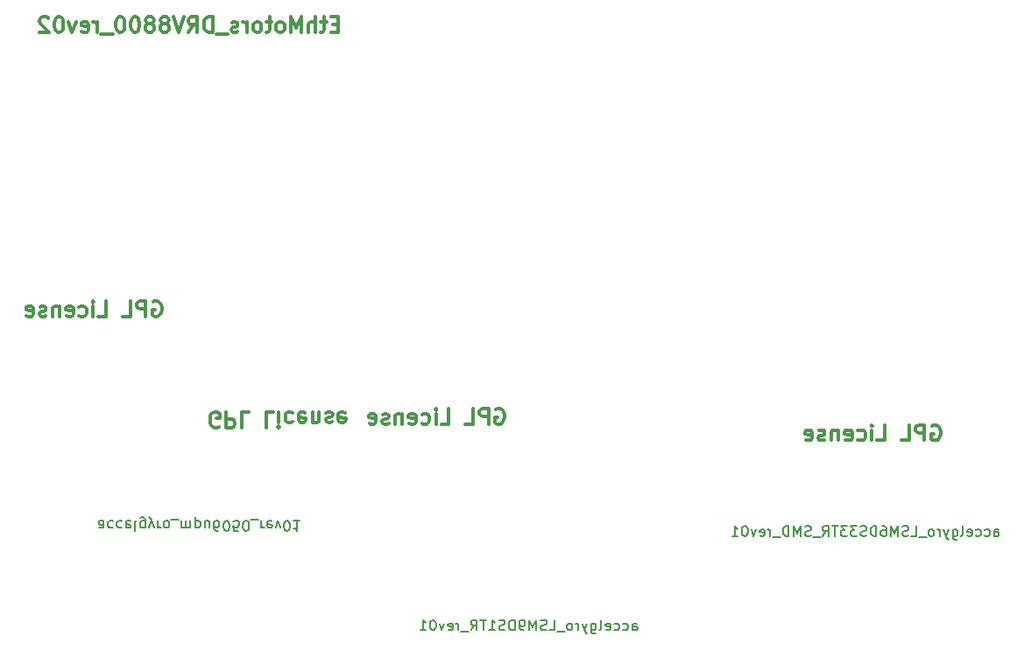
<source format=gbo>
G04 #@! TF.FileFunction,Legend,Bot*
%FSLAX46Y46*%
G04 Gerber Fmt 4.6, Leading zero omitted, Abs format (unit mm)*
G04 Created by KiCad (PCBNEW 4.0.6-e0-6349~53~ubuntu16.04.1) date Sat Aug  5 15:09:54 2017*
%MOMM*%
%LPD*%
G01*
G04 APERTURE LIST*
%ADD10C,0.150000*%
%ADD11C,0.300000*%
G04 APERTURE END LIST*
D10*
D11*
X99489286Y-117200000D02*
X99632143Y-117128571D01*
X99846429Y-117128571D01*
X100060714Y-117200000D01*
X100203572Y-117342857D01*
X100275000Y-117485714D01*
X100346429Y-117771429D01*
X100346429Y-117985714D01*
X100275000Y-118271429D01*
X100203572Y-118414286D01*
X100060714Y-118557143D01*
X99846429Y-118628571D01*
X99703572Y-118628571D01*
X99489286Y-118557143D01*
X99417857Y-118485714D01*
X99417857Y-117985714D01*
X99703572Y-117985714D01*
X98775000Y-118628571D02*
X98775000Y-117128571D01*
X98203572Y-117128571D01*
X98060714Y-117200000D01*
X97989286Y-117271429D01*
X97917857Y-117414286D01*
X97917857Y-117628571D01*
X97989286Y-117771429D01*
X98060714Y-117842857D01*
X98203572Y-117914286D01*
X98775000Y-117914286D01*
X96560714Y-118628571D02*
X97275000Y-118628571D01*
X97275000Y-117128571D01*
X94203571Y-118628571D02*
X94917857Y-118628571D01*
X94917857Y-117128571D01*
X93703571Y-118628571D02*
X93703571Y-117628571D01*
X93703571Y-117128571D02*
X93775000Y-117200000D01*
X93703571Y-117271429D01*
X93632143Y-117200000D01*
X93703571Y-117128571D01*
X93703571Y-117271429D01*
X92346428Y-118557143D02*
X92489285Y-118628571D01*
X92774999Y-118628571D01*
X92917857Y-118557143D01*
X92989285Y-118485714D01*
X93060714Y-118342857D01*
X93060714Y-117914286D01*
X92989285Y-117771429D01*
X92917857Y-117700000D01*
X92774999Y-117628571D01*
X92489285Y-117628571D01*
X92346428Y-117700000D01*
X91132143Y-118557143D02*
X91275000Y-118628571D01*
X91560714Y-118628571D01*
X91703571Y-118557143D01*
X91775000Y-118414286D01*
X91775000Y-117842857D01*
X91703571Y-117700000D01*
X91560714Y-117628571D01*
X91275000Y-117628571D01*
X91132143Y-117700000D01*
X91060714Y-117842857D01*
X91060714Y-117985714D01*
X91775000Y-118128571D01*
X90417857Y-117628571D02*
X90417857Y-118628571D01*
X90417857Y-117771429D02*
X90346429Y-117700000D01*
X90203571Y-117628571D01*
X89989286Y-117628571D01*
X89846429Y-117700000D01*
X89775000Y-117842857D01*
X89775000Y-118628571D01*
X89132143Y-118557143D02*
X88989286Y-118628571D01*
X88703571Y-118628571D01*
X88560714Y-118557143D01*
X88489286Y-118414286D01*
X88489286Y-118342857D01*
X88560714Y-118200000D01*
X88703571Y-118128571D01*
X88917857Y-118128571D01*
X89060714Y-118057143D01*
X89132143Y-117914286D01*
X89132143Y-117842857D01*
X89060714Y-117700000D01*
X88917857Y-117628571D01*
X88703571Y-117628571D01*
X88560714Y-117700000D01*
X87275000Y-118557143D02*
X87417857Y-118628571D01*
X87703571Y-118628571D01*
X87846428Y-118557143D01*
X87917857Y-118414286D01*
X87917857Y-117842857D01*
X87846428Y-117700000D01*
X87703571Y-117628571D01*
X87417857Y-117628571D01*
X87275000Y-117700000D01*
X87203571Y-117842857D01*
X87203571Y-117985714D01*
X87917857Y-118128571D01*
X117392855Y-90342857D02*
X116892855Y-90342857D01*
X116678569Y-91128571D02*
X117392855Y-91128571D01*
X117392855Y-89628571D01*
X116678569Y-89628571D01*
X116249998Y-90128571D02*
X115678569Y-90128571D01*
X116035712Y-89628571D02*
X116035712Y-90914286D01*
X115964284Y-91057143D01*
X115821426Y-91128571D01*
X115678569Y-91128571D01*
X115178569Y-91128571D02*
X115178569Y-89628571D01*
X114535712Y-91128571D02*
X114535712Y-90342857D01*
X114607141Y-90200000D01*
X114749998Y-90128571D01*
X114964283Y-90128571D01*
X115107141Y-90200000D01*
X115178569Y-90271429D01*
X113821426Y-91128571D02*
X113821426Y-89628571D01*
X113321426Y-90700000D01*
X112821426Y-89628571D01*
X112821426Y-91128571D01*
X111892854Y-91128571D02*
X112035712Y-91057143D01*
X112107140Y-90985714D01*
X112178569Y-90842857D01*
X112178569Y-90414286D01*
X112107140Y-90271429D01*
X112035712Y-90200000D01*
X111892854Y-90128571D01*
X111678569Y-90128571D01*
X111535712Y-90200000D01*
X111464283Y-90271429D01*
X111392854Y-90414286D01*
X111392854Y-90842857D01*
X111464283Y-90985714D01*
X111535712Y-91057143D01*
X111678569Y-91128571D01*
X111892854Y-91128571D01*
X110964283Y-90128571D02*
X110392854Y-90128571D01*
X110749997Y-89628571D02*
X110749997Y-90914286D01*
X110678569Y-91057143D01*
X110535711Y-91128571D01*
X110392854Y-91128571D01*
X109678568Y-91128571D02*
X109821426Y-91057143D01*
X109892854Y-90985714D01*
X109964283Y-90842857D01*
X109964283Y-90414286D01*
X109892854Y-90271429D01*
X109821426Y-90200000D01*
X109678568Y-90128571D01*
X109464283Y-90128571D01*
X109321426Y-90200000D01*
X109249997Y-90271429D01*
X109178568Y-90414286D01*
X109178568Y-90842857D01*
X109249997Y-90985714D01*
X109321426Y-91057143D01*
X109464283Y-91128571D01*
X109678568Y-91128571D01*
X108535711Y-91128571D02*
X108535711Y-90128571D01*
X108535711Y-90414286D02*
X108464283Y-90271429D01*
X108392854Y-90200000D01*
X108249997Y-90128571D01*
X108107140Y-90128571D01*
X107678569Y-91057143D02*
X107535712Y-91128571D01*
X107249997Y-91128571D01*
X107107140Y-91057143D01*
X107035712Y-90914286D01*
X107035712Y-90842857D01*
X107107140Y-90700000D01*
X107249997Y-90628571D01*
X107464283Y-90628571D01*
X107607140Y-90557143D01*
X107678569Y-90414286D01*
X107678569Y-90342857D01*
X107607140Y-90200000D01*
X107464283Y-90128571D01*
X107249997Y-90128571D01*
X107107140Y-90200000D01*
X106749997Y-91271429D02*
X105607140Y-91271429D01*
X105249997Y-91128571D02*
X105249997Y-89628571D01*
X104892854Y-89628571D01*
X104678569Y-89700000D01*
X104535711Y-89842857D01*
X104464283Y-89985714D01*
X104392854Y-90271429D01*
X104392854Y-90485714D01*
X104464283Y-90771429D01*
X104535711Y-90914286D01*
X104678569Y-91057143D01*
X104892854Y-91128571D01*
X105249997Y-91128571D01*
X102892854Y-91128571D02*
X103392854Y-90414286D01*
X103749997Y-91128571D02*
X103749997Y-89628571D01*
X103178569Y-89628571D01*
X103035711Y-89700000D01*
X102964283Y-89771429D01*
X102892854Y-89914286D01*
X102892854Y-90128571D01*
X102964283Y-90271429D01*
X103035711Y-90342857D01*
X103178569Y-90414286D01*
X103749997Y-90414286D01*
X102464283Y-89628571D02*
X101964283Y-91128571D01*
X101464283Y-89628571D01*
X100749997Y-90271429D02*
X100892855Y-90200000D01*
X100964283Y-90128571D01*
X101035712Y-89985714D01*
X101035712Y-89914286D01*
X100964283Y-89771429D01*
X100892855Y-89700000D01*
X100749997Y-89628571D01*
X100464283Y-89628571D01*
X100321426Y-89700000D01*
X100249997Y-89771429D01*
X100178569Y-89914286D01*
X100178569Y-89985714D01*
X100249997Y-90128571D01*
X100321426Y-90200000D01*
X100464283Y-90271429D01*
X100749997Y-90271429D01*
X100892855Y-90342857D01*
X100964283Y-90414286D01*
X101035712Y-90557143D01*
X101035712Y-90842857D01*
X100964283Y-90985714D01*
X100892855Y-91057143D01*
X100749997Y-91128571D01*
X100464283Y-91128571D01*
X100321426Y-91057143D01*
X100249997Y-90985714D01*
X100178569Y-90842857D01*
X100178569Y-90557143D01*
X100249997Y-90414286D01*
X100321426Y-90342857D01*
X100464283Y-90271429D01*
X99321426Y-90271429D02*
X99464284Y-90200000D01*
X99535712Y-90128571D01*
X99607141Y-89985714D01*
X99607141Y-89914286D01*
X99535712Y-89771429D01*
X99464284Y-89700000D01*
X99321426Y-89628571D01*
X99035712Y-89628571D01*
X98892855Y-89700000D01*
X98821426Y-89771429D01*
X98749998Y-89914286D01*
X98749998Y-89985714D01*
X98821426Y-90128571D01*
X98892855Y-90200000D01*
X99035712Y-90271429D01*
X99321426Y-90271429D01*
X99464284Y-90342857D01*
X99535712Y-90414286D01*
X99607141Y-90557143D01*
X99607141Y-90842857D01*
X99535712Y-90985714D01*
X99464284Y-91057143D01*
X99321426Y-91128571D01*
X99035712Y-91128571D01*
X98892855Y-91057143D01*
X98821426Y-90985714D01*
X98749998Y-90842857D01*
X98749998Y-90557143D01*
X98821426Y-90414286D01*
X98892855Y-90342857D01*
X99035712Y-90271429D01*
X97821427Y-89628571D02*
X97678570Y-89628571D01*
X97535713Y-89700000D01*
X97464284Y-89771429D01*
X97392855Y-89914286D01*
X97321427Y-90200000D01*
X97321427Y-90557143D01*
X97392855Y-90842857D01*
X97464284Y-90985714D01*
X97535713Y-91057143D01*
X97678570Y-91128571D01*
X97821427Y-91128571D01*
X97964284Y-91057143D01*
X98035713Y-90985714D01*
X98107141Y-90842857D01*
X98178570Y-90557143D01*
X98178570Y-90200000D01*
X98107141Y-89914286D01*
X98035713Y-89771429D01*
X97964284Y-89700000D01*
X97821427Y-89628571D01*
X96392856Y-89628571D02*
X96249999Y-89628571D01*
X96107142Y-89700000D01*
X96035713Y-89771429D01*
X95964284Y-89914286D01*
X95892856Y-90200000D01*
X95892856Y-90557143D01*
X95964284Y-90842857D01*
X96035713Y-90985714D01*
X96107142Y-91057143D01*
X96249999Y-91128571D01*
X96392856Y-91128571D01*
X96535713Y-91057143D01*
X96607142Y-90985714D01*
X96678570Y-90842857D01*
X96749999Y-90557143D01*
X96749999Y-90200000D01*
X96678570Y-89914286D01*
X96607142Y-89771429D01*
X96535713Y-89700000D01*
X96392856Y-89628571D01*
X95607142Y-91271429D02*
X94464285Y-91271429D01*
X94107142Y-91128571D02*
X94107142Y-90128571D01*
X94107142Y-90414286D02*
X94035714Y-90271429D01*
X93964285Y-90200000D01*
X93821428Y-90128571D01*
X93678571Y-90128571D01*
X92607143Y-91057143D02*
X92750000Y-91128571D01*
X93035714Y-91128571D01*
X93178571Y-91057143D01*
X93250000Y-90914286D01*
X93250000Y-90342857D01*
X93178571Y-90200000D01*
X93035714Y-90128571D01*
X92750000Y-90128571D01*
X92607143Y-90200000D01*
X92535714Y-90342857D01*
X92535714Y-90485714D01*
X93250000Y-90628571D01*
X92035714Y-90128571D02*
X91678571Y-91128571D01*
X91321429Y-90128571D01*
X90464286Y-89628571D02*
X90321429Y-89628571D01*
X90178572Y-89700000D01*
X90107143Y-89771429D01*
X90035714Y-89914286D01*
X89964286Y-90200000D01*
X89964286Y-90557143D01*
X90035714Y-90842857D01*
X90107143Y-90985714D01*
X90178572Y-91057143D01*
X90321429Y-91128571D01*
X90464286Y-91128571D01*
X90607143Y-91057143D01*
X90678572Y-90985714D01*
X90750000Y-90842857D01*
X90821429Y-90557143D01*
X90821429Y-90200000D01*
X90750000Y-89914286D01*
X90678572Y-89771429D01*
X90607143Y-89700000D01*
X90464286Y-89628571D01*
X89392858Y-89771429D02*
X89321429Y-89700000D01*
X89178572Y-89628571D01*
X88821429Y-89628571D01*
X88678572Y-89700000D01*
X88607143Y-89771429D01*
X88535715Y-89914286D01*
X88535715Y-90057143D01*
X88607143Y-90271429D01*
X89464286Y-91128571D01*
X88535715Y-91128571D01*
X105835714Y-129300000D02*
X105692857Y-129371429D01*
X105478571Y-129371429D01*
X105264286Y-129300000D01*
X105121428Y-129157143D01*
X105050000Y-129014286D01*
X104978571Y-128728571D01*
X104978571Y-128514286D01*
X105050000Y-128228571D01*
X105121428Y-128085714D01*
X105264286Y-127942857D01*
X105478571Y-127871429D01*
X105621428Y-127871429D01*
X105835714Y-127942857D01*
X105907143Y-128014286D01*
X105907143Y-128514286D01*
X105621428Y-128514286D01*
X106550000Y-127871429D02*
X106550000Y-129371429D01*
X107121428Y-129371429D01*
X107264286Y-129300000D01*
X107335714Y-129228571D01*
X107407143Y-129085714D01*
X107407143Y-128871429D01*
X107335714Y-128728571D01*
X107264286Y-128657143D01*
X107121428Y-128585714D01*
X106550000Y-128585714D01*
X108764286Y-127871429D02*
X108050000Y-127871429D01*
X108050000Y-129371429D01*
X111121429Y-127871429D02*
X110407143Y-127871429D01*
X110407143Y-129371429D01*
X111621429Y-127871429D02*
X111621429Y-128871429D01*
X111621429Y-129371429D02*
X111550000Y-129300000D01*
X111621429Y-129228571D01*
X111692857Y-129300000D01*
X111621429Y-129371429D01*
X111621429Y-129228571D01*
X112978572Y-127942857D02*
X112835715Y-127871429D01*
X112550001Y-127871429D01*
X112407143Y-127942857D01*
X112335715Y-128014286D01*
X112264286Y-128157143D01*
X112264286Y-128585714D01*
X112335715Y-128728571D01*
X112407143Y-128800000D01*
X112550001Y-128871429D01*
X112835715Y-128871429D01*
X112978572Y-128800000D01*
X114192857Y-127942857D02*
X114050000Y-127871429D01*
X113764286Y-127871429D01*
X113621429Y-127942857D01*
X113550000Y-128085714D01*
X113550000Y-128657143D01*
X113621429Y-128800000D01*
X113764286Y-128871429D01*
X114050000Y-128871429D01*
X114192857Y-128800000D01*
X114264286Y-128657143D01*
X114264286Y-128514286D01*
X113550000Y-128371429D01*
X114907143Y-128871429D02*
X114907143Y-127871429D01*
X114907143Y-128728571D02*
X114978571Y-128800000D01*
X115121429Y-128871429D01*
X115335714Y-128871429D01*
X115478571Y-128800000D01*
X115550000Y-128657143D01*
X115550000Y-127871429D01*
X116192857Y-127942857D02*
X116335714Y-127871429D01*
X116621429Y-127871429D01*
X116764286Y-127942857D01*
X116835714Y-128085714D01*
X116835714Y-128157143D01*
X116764286Y-128300000D01*
X116621429Y-128371429D01*
X116407143Y-128371429D01*
X116264286Y-128442857D01*
X116192857Y-128585714D01*
X116192857Y-128657143D01*
X116264286Y-128800000D01*
X116407143Y-128871429D01*
X116621429Y-128871429D01*
X116764286Y-128800000D01*
X118050000Y-127942857D02*
X117907143Y-127871429D01*
X117621429Y-127871429D01*
X117478572Y-127942857D01*
X117407143Y-128085714D01*
X117407143Y-128657143D01*
X117478572Y-128800000D01*
X117621429Y-128871429D01*
X117907143Y-128871429D01*
X118050000Y-128800000D01*
X118121429Y-128657143D01*
X118121429Y-128514286D01*
X117407143Y-128371429D01*
D10*
X94711904Y-138397619D02*
X94711904Y-138921429D01*
X94664285Y-139016667D01*
X94569047Y-139064286D01*
X94378570Y-139064286D01*
X94283332Y-139016667D01*
X94711904Y-138445238D02*
X94616666Y-138397619D01*
X94378570Y-138397619D01*
X94283332Y-138445238D01*
X94235713Y-138540476D01*
X94235713Y-138635714D01*
X94283332Y-138730952D01*
X94378570Y-138778571D01*
X94616666Y-138778571D01*
X94711904Y-138826190D01*
X95616666Y-138445238D02*
X95521428Y-138397619D01*
X95330951Y-138397619D01*
X95235713Y-138445238D01*
X95188094Y-138492857D01*
X95140475Y-138588095D01*
X95140475Y-138873810D01*
X95188094Y-138969048D01*
X95235713Y-139016667D01*
X95330951Y-139064286D01*
X95521428Y-139064286D01*
X95616666Y-139016667D01*
X96473809Y-138445238D02*
X96378571Y-138397619D01*
X96188094Y-138397619D01*
X96092856Y-138445238D01*
X96045237Y-138492857D01*
X95997618Y-138588095D01*
X95997618Y-138873810D01*
X96045237Y-138969048D01*
X96092856Y-139016667D01*
X96188094Y-139064286D01*
X96378571Y-139064286D01*
X96473809Y-139016667D01*
X97283333Y-138445238D02*
X97188095Y-138397619D01*
X96997618Y-138397619D01*
X96902380Y-138445238D01*
X96854761Y-138540476D01*
X96854761Y-138921429D01*
X96902380Y-139016667D01*
X96997618Y-139064286D01*
X97188095Y-139064286D01*
X97283333Y-139016667D01*
X97330952Y-138921429D01*
X97330952Y-138826190D01*
X96854761Y-138730952D01*
X97902380Y-138397619D02*
X97807142Y-138445238D01*
X97759523Y-138540476D01*
X97759523Y-139397619D01*
X98711905Y-139064286D02*
X98711905Y-138254762D01*
X98664286Y-138159524D01*
X98616667Y-138111905D01*
X98521428Y-138064286D01*
X98378571Y-138064286D01*
X98283333Y-138111905D01*
X98711905Y-138445238D02*
X98616667Y-138397619D01*
X98426190Y-138397619D01*
X98330952Y-138445238D01*
X98283333Y-138492857D01*
X98235714Y-138588095D01*
X98235714Y-138873810D01*
X98283333Y-138969048D01*
X98330952Y-139016667D01*
X98426190Y-139064286D01*
X98616667Y-139064286D01*
X98711905Y-139016667D01*
X99092857Y-139064286D02*
X99330952Y-138397619D01*
X99569048Y-139064286D02*
X99330952Y-138397619D01*
X99235714Y-138159524D01*
X99188095Y-138111905D01*
X99092857Y-138064286D01*
X99950000Y-138397619D02*
X99950000Y-139064286D01*
X99950000Y-138873810D02*
X99997619Y-138969048D01*
X100045238Y-139016667D01*
X100140476Y-139064286D01*
X100235715Y-139064286D01*
X100711905Y-138397619D02*
X100616667Y-138445238D01*
X100569048Y-138492857D01*
X100521429Y-138588095D01*
X100521429Y-138873810D01*
X100569048Y-138969048D01*
X100616667Y-139016667D01*
X100711905Y-139064286D01*
X100854763Y-139064286D01*
X100950001Y-139016667D01*
X100997620Y-138969048D01*
X101045239Y-138873810D01*
X101045239Y-138588095D01*
X100997620Y-138492857D01*
X100950001Y-138445238D01*
X100854763Y-138397619D01*
X100711905Y-138397619D01*
X101235715Y-138302381D02*
X101997620Y-138302381D01*
X102235715Y-138397619D02*
X102235715Y-139064286D01*
X102235715Y-138969048D02*
X102283334Y-139016667D01*
X102378572Y-139064286D01*
X102521430Y-139064286D01*
X102616668Y-139016667D01*
X102664287Y-138921429D01*
X102664287Y-138397619D01*
X102664287Y-138921429D02*
X102711906Y-139016667D01*
X102807144Y-139064286D01*
X102950001Y-139064286D01*
X103045239Y-139016667D01*
X103092858Y-138921429D01*
X103092858Y-138397619D01*
X103569048Y-139064286D02*
X103569048Y-138064286D01*
X103569048Y-139016667D02*
X103664286Y-139064286D01*
X103854763Y-139064286D01*
X103950001Y-139016667D01*
X103997620Y-138969048D01*
X104045239Y-138873810D01*
X104045239Y-138588095D01*
X103997620Y-138492857D01*
X103950001Y-138445238D01*
X103854763Y-138397619D01*
X103664286Y-138397619D01*
X103569048Y-138445238D01*
X104902382Y-139064286D02*
X104902382Y-138397619D01*
X104473810Y-139064286D02*
X104473810Y-138540476D01*
X104521429Y-138445238D01*
X104616667Y-138397619D01*
X104759525Y-138397619D01*
X104854763Y-138445238D01*
X104902382Y-138492857D01*
X105807144Y-139397619D02*
X105616667Y-139397619D01*
X105521429Y-139350000D01*
X105473810Y-139302381D01*
X105378572Y-139159524D01*
X105330953Y-138969048D01*
X105330953Y-138588095D01*
X105378572Y-138492857D01*
X105426191Y-138445238D01*
X105521429Y-138397619D01*
X105711906Y-138397619D01*
X105807144Y-138445238D01*
X105854763Y-138492857D01*
X105902382Y-138588095D01*
X105902382Y-138826190D01*
X105854763Y-138921429D01*
X105807144Y-138969048D01*
X105711906Y-139016667D01*
X105521429Y-139016667D01*
X105426191Y-138969048D01*
X105378572Y-138921429D01*
X105330953Y-138826190D01*
X106521429Y-139397619D02*
X106616668Y-139397619D01*
X106711906Y-139350000D01*
X106759525Y-139302381D01*
X106807144Y-139207143D01*
X106854763Y-139016667D01*
X106854763Y-138778571D01*
X106807144Y-138588095D01*
X106759525Y-138492857D01*
X106711906Y-138445238D01*
X106616668Y-138397619D01*
X106521429Y-138397619D01*
X106426191Y-138445238D01*
X106378572Y-138492857D01*
X106330953Y-138588095D01*
X106283334Y-138778571D01*
X106283334Y-139016667D01*
X106330953Y-139207143D01*
X106378572Y-139302381D01*
X106426191Y-139350000D01*
X106521429Y-139397619D01*
X107759525Y-139397619D02*
X107283334Y-139397619D01*
X107235715Y-138921429D01*
X107283334Y-138969048D01*
X107378572Y-139016667D01*
X107616668Y-139016667D01*
X107711906Y-138969048D01*
X107759525Y-138921429D01*
X107807144Y-138826190D01*
X107807144Y-138588095D01*
X107759525Y-138492857D01*
X107711906Y-138445238D01*
X107616668Y-138397619D01*
X107378572Y-138397619D01*
X107283334Y-138445238D01*
X107235715Y-138492857D01*
X108426191Y-139397619D02*
X108521430Y-139397619D01*
X108616668Y-139350000D01*
X108664287Y-139302381D01*
X108711906Y-139207143D01*
X108759525Y-139016667D01*
X108759525Y-138778571D01*
X108711906Y-138588095D01*
X108664287Y-138492857D01*
X108616668Y-138445238D01*
X108521430Y-138397619D01*
X108426191Y-138397619D01*
X108330953Y-138445238D01*
X108283334Y-138492857D01*
X108235715Y-138588095D01*
X108188096Y-138778571D01*
X108188096Y-139016667D01*
X108235715Y-139207143D01*
X108283334Y-139302381D01*
X108330953Y-139350000D01*
X108426191Y-139397619D01*
X108950001Y-138302381D02*
X109711906Y-138302381D01*
X109950001Y-138397619D02*
X109950001Y-139064286D01*
X109950001Y-138873810D02*
X109997620Y-138969048D01*
X110045239Y-139016667D01*
X110140477Y-139064286D01*
X110235716Y-139064286D01*
X110950002Y-138445238D02*
X110854764Y-138397619D01*
X110664287Y-138397619D01*
X110569049Y-138445238D01*
X110521430Y-138540476D01*
X110521430Y-138921429D01*
X110569049Y-139016667D01*
X110664287Y-139064286D01*
X110854764Y-139064286D01*
X110950002Y-139016667D01*
X110997621Y-138921429D01*
X110997621Y-138826190D01*
X110521430Y-138730952D01*
X111330954Y-139064286D02*
X111569049Y-138397619D01*
X111807145Y-139064286D01*
X112378573Y-139397619D02*
X112473812Y-139397619D01*
X112569050Y-139350000D01*
X112616669Y-139302381D01*
X112664288Y-139207143D01*
X112711907Y-139016667D01*
X112711907Y-138778571D01*
X112664288Y-138588095D01*
X112616669Y-138492857D01*
X112569050Y-138445238D01*
X112473812Y-138397619D01*
X112378573Y-138397619D01*
X112283335Y-138445238D01*
X112235716Y-138492857D01*
X112188097Y-138588095D01*
X112140478Y-138778571D01*
X112140478Y-139016667D01*
X112188097Y-139207143D01*
X112235716Y-139302381D01*
X112283335Y-139350000D01*
X112378573Y-139397619D01*
X113664288Y-138397619D02*
X113092859Y-138397619D01*
X113378573Y-138397619D02*
X113378573Y-139397619D01*
X113283335Y-139254762D01*
X113188097Y-139159524D01*
X113092859Y-139111905D01*
D11*
X132614286Y-127600000D02*
X132757143Y-127528571D01*
X132971429Y-127528571D01*
X133185714Y-127600000D01*
X133328572Y-127742857D01*
X133400000Y-127885714D01*
X133471429Y-128171429D01*
X133471429Y-128385714D01*
X133400000Y-128671429D01*
X133328572Y-128814286D01*
X133185714Y-128957143D01*
X132971429Y-129028571D01*
X132828572Y-129028571D01*
X132614286Y-128957143D01*
X132542857Y-128885714D01*
X132542857Y-128385714D01*
X132828572Y-128385714D01*
X131900000Y-129028571D02*
X131900000Y-127528571D01*
X131328572Y-127528571D01*
X131185714Y-127600000D01*
X131114286Y-127671429D01*
X131042857Y-127814286D01*
X131042857Y-128028571D01*
X131114286Y-128171429D01*
X131185714Y-128242857D01*
X131328572Y-128314286D01*
X131900000Y-128314286D01*
X129685714Y-129028571D02*
X130400000Y-129028571D01*
X130400000Y-127528571D01*
X127328571Y-129028571D02*
X128042857Y-129028571D01*
X128042857Y-127528571D01*
X126828571Y-129028571D02*
X126828571Y-128028571D01*
X126828571Y-127528571D02*
X126900000Y-127600000D01*
X126828571Y-127671429D01*
X126757143Y-127600000D01*
X126828571Y-127528571D01*
X126828571Y-127671429D01*
X125471428Y-128957143D02*
X125614285Y-129028571D01*
X125899999Y-129028571D01*
X126042857Y-128957143D01*
X126114285Y-128885714D01*
X126185714Y-128742857D01*
X126185714Y-128314286D01*
X126114285Y-128171429D01*
X126042857Y-128100000D01*
X125899999Y-128028571D01*
X125614285Y-128028571D01*
X125471428Y-128100000D01*
X124257143Y-128957143D02*
X124400000Y-129028571D01*
X124685714Y-129028571D01*
X124828571Y-128957143D01*
X124900000Y-128814286D01*
X124900000Y-128242857D01*
X124828571Y-128100000D01*
X124685714Y-128028571D01*
X124400000Y-128028571D01*
X124257143Y-128100000D01*
X124185714Y-128242857D01*
X124185714Y-128385714D01*
X124900000Y-128528571D01*
X123542857Y-128028571D02*
X123542857Y-129028571D01*
X123542857Y-128171429D02*
X123471429Y-128100000D01*
X123328571Y-128028571D01*
X123114286Y-128028571D01*
X122971429Y-128100000D01*
X122900000Y-128242857D01*
X122900000Y-129028571D01*
X122257143Y-128957143D02*
X122114286Y-129028571D01*
X121828571Y-129028571D01*
X121685714Y-128957143D01*
X121614286Y-128814286D01*
X121614286Y-128742857D01*
X121685714Y-128600000D01*
X121828571Y-128528571D01*
X122042857Y-128528571D01*
X122185714Y-128457143D01*
X122257143Y-128314286D01*
X122257143Y-128242857D01*
X122185714Y-128100000D01*
X122042857Y-128028571D01*
X121828571Y-128028571D01*
X121685714Y-128100000D01*
X120400000Y-128957143D02*
X120542857Y-129028571D01*
X120828571Y-129028571D01*
X120971428Y-128957143D01*
X121042857Y-128814286D01*
X121042857Y-128242857D01*
X120971428Y-128100000D01*
X120828571Y-128028571D01*
X120542857Y-128028571D01*
X120400000Y-128100000D01*
X120328571Y-128242857D01*
X120328571Y-128385714D01*
X121042857Y-128528571D01*
D10*
X145823811Y-149002381D02*
X145823811Y-148478571D01*
X145871430Y-148383333D01*
X145966668Y-148335714D01*
X146157145Y-148335714D01*
X146252383Y-148383333D01*
X145823811Y-148954762D02*
X145919049Y-149002381D01*
X146157145Y-149002381D01*
X146252383Y-148954762D01*
X146300002Y-148859524D01*
X146300002Y-148764286D01*
X146252383Y-148669048D01*
X146157145Y-148621429D01*
X145919049Y-148621429D01*
X145823811Y-148573810D01*
X144919049Y-148954762D02*
X145014287Y-149002381D01*
X145204764Y-149002381D01*
X145300002Y-148954762D01*
X145347621Y-148907143D01*
X145395240Y-148811905D01*
X145395240Y-148526190D01*
X145347621Y-148430952D01*
X145300002Y-148383333D01*
X145204764Y-148335714D01*
X145014287Y-148335714D01*
X144919049Y-148383333D01*
X144061906Y-148954762D02*
X144157144Y-149002381D01*
X144347621Y-149002381D01*
X144442859Y-148954762D01*
X144490478Y-148907143D01*
X144538097Y-148811905D01*
X144538097Y-148526190D01*
X144490478Y-148430952D01*
X144442859Y-148383333D01*
X144347621Y-148335714D01*
X144157144Y-148335714D01*
X144061906Y-148383333D01*
X143252382Y-148954762D02*
X143347620Y-149002381D01*
X143538097Y-149002381D01*
X143633335Y-148954762D01*
X143680954Y-148859524D01*
X143680954Y-148478571D01*
X143633335Y-148383333D01*
X143538097Y-148335714D01*
X143347620Y-148335714D01*
X143252382Y-148383333D01*
X143204763Y-148478571D01*
X143204763Y-148573810D01*
X143680954Y-148669048D01*
X142633335Y-149002381D02*
X142728573Y-148954762D01*
X142776192Y-148859524D01*
X142776192Y-148002381D01*
X141823810Y-148335714D02*
X141823810Y-149145238D01*
X141871429Y-149240476D01*
X141919048Y-149288095D01*
X142014287Y-149335714D01*
X142157144Y-149335714D01*
X142252382Y-149288095D01*
X141823810Y-148954762D02*
X141919048Y-149002381D01*
X142109525Y-149002381D01*
X142204763Y-148954762D01*
X142252382Y-148907143D01*
X142300001Y-148811905D01*
X142300001Y-148526190D01*
X142252382Y-148430952D01*
X142204763Y-148383333D01*
X142109525Y-148335714D01*
X141919048Y-148335714D01*
X141823810Y-148383333D01*
X141442858Y-148335714D02*
X141204763Y-149002381D01*
X140966667Y-148335714D02*
X141204763Y-149002381D01*
X141300001Y-149240476D01*
X141347620Y-149288095D01*
X141442858Y-149335714D01*
X140585715Y-149002381D02*
X140585715Y-148335714D01*
X140585715Y-148526190D02*
X140538096Y-148430952D01*
X140490477Y-148383333D01*
X140395239Y-148335714D01*
X140300000Y-148335714D01*
X139823810Y-149002381D02*
X139919048Y-148954762D01*
X139966667Y-148907143D01*
X140014286Y-148811905D01*
X140014286Y-148526190D01*
X139966667Y-148430952D01*
X139919048Y-148383333D01*
X139823810Y-148335714D01*
X139680952Y-148335714D01*
X139585714Y-148383333D01*
X139538095Y-148430952D01*
X139490476Y-148526190D01*
X139490476Y-148811905D01*
X139538095Y-148907143D01*
X139585714Y-148954762D01*
X139680952Y-149002381D01*
X139823810Y-149002381D01*
X139300000Y-149097619D02*
X138538095Y-149097619D01*
X137823809Y-149002381D02*
X138300000Y-149002381D01*
X138300000Y-148002381D01*
X137538095Y-148954762D02*
X137395238Y-149002381D01*
X137157142Y-149002381D01*
X137061904Y-148954762D01*
X137014285Y-148907143D01*
X136966666Y-148811905D01*
X136966666Y-148716667D01*
X137014285Y-148621429D01*
X137061904Y-148573810D01*
X137157142Y-148526190D01*
X137347619Y-148478571D01*
X137442857Y-148430952D01*
X137490476Y-148383333D01*
X137538095Y-148288095D01*
X137538095Y-148192857D01*
X137490476Y-148097619D01*
X137442857Y-148050000D01*
X137347619Y-148002381D01*
X137109523Y-148002381D01*
X136966666Y-148050000D01*
X136538095Y-149002381D02*
X136538095Y-148002381D01*
X136204761Y-148716667D01*
X135871428Y-148002381D01*
X135871428Y-149002381D01*
X135347619Y-149002381D02*
X135157143Y-149002381D01*
X135061904Y-148954762D01*
X135014285Y-148907143D01*
X134919047Y-148764286D01*
X134871428Y-148573810D01*
X134871428Y-148192857D01*
X134919047Y-148097619D01*
X134966666Y-148050000D01*
X135061904Y-148002381D01*
X135252381Y-148002381D01*
X135347619Y-148050000D01*
X135395238Y-148097619D01*
X135442857Y-148192857D01*
X135442857Y-148430952D01*
X135395238Y-148526190D01*
X135347619Y-148573810D01*
X135252381Y-148621429D01*
X135061904Y-148621429D01*
X134966666Y-148573810D01*
X134919047Y-148526190D01*
X134871428Y-148430952D01*
X134442857Y-149002381D02*
X134442857Y-148002381D01*
X134204762Y-148002381D01*
X134061904Y-148050000D01*
X133966666Y-148145238D01*
X133919047Y-148240476D01*
X133871428Y-148430952D01*
X133871428Y-148573810D01*
X133919047Y-148764286D01*
X133966666Y-148859524D01*
X134061904Y-148954762D01*
X134204762Y-149002381D01*
X134442857Y-149002381D01*
X133490476Y-148954762D02*
X133347619Y-149002381D01*
X133109523Y-149002381D01*
X133014285Y-148954762D01*
X132966666Y-148907143D01*
X132919047Y-148811905D01*
X132919047Y-148716667D01*
X132966666Y-148621429D01*
X133014285Y-148573810D01*
X133109523Y-148526190D01*
X133300000Y-148478571D01*
X133395238Y-148430952D01*
X133442857Y-148383333D01*
X133490476Y-148288095D01*
X133490476Y-148192857D01*
X133442857Y-148097619D01*
X133395238Y-148050000D01*
X133300000Y-148002381D01*
X133061904Y-148002381D01*
X132919047Y-148050000D01*
X131966666Y-149002381D02*
X132538095Y-149002381D01*
X132252381Y-149002381D02*
X132252381Y-148002381D01*
X132347619Y-148145238D01*
X132442857Y-148240476D01*
X132538095Y-148288095D01*
X131680952Y-148002381D02*
X131109523Y-148002381D01*
X131395238Y-149002381D02*
X131395238Y-148002381D01*
X130204761Y-149002381D02*
X130538095Y-148526190D01*
X130776190Y-149002381D02*
X130776190Y-148002381D01*
X130395237Y-148002381D01*
X130299999Y-148050000D01*
X130252380Y-148097619D01*
X130204761Y-148192857D01*
X130204761Y-148335714D01*
X130252380Y-148430952D01*
X130299999Y-148478571D01*
X130395237Y-148526190D01*
X130776190Y-148526190D01*
X130014285Y-149097619D02*
X129252380Y-149097619D01*
X129014285Y-149002381D02*
X129014285Y-148335714D01*
X129014285Y-148526190D02*
X128966666Y-148430952D01*
X128919047Y-148383333D01*
X128823809Y-148335714D01*
X128728570Y-148335714D01*
X128014284Y-148954762D02*
X128109522Y-149002381D01*
X128299999Y-149002381D01*
X128395237Y-148954762D01*
X128442856Y-148859524D01*
X128442856Y-148478571D01*
X128395237Y-148383333D01*
X128299999Y-148335714D01*
X128109522Y-148335714D01*
X128014284Y-148383333D01*
X127966665Y-148478571D01*
X127966665Y-148573810D01*
X128442856Y-148669048D01*
X127633332Y-148335714D02*
X127395237Y-149002381D01*
X127157141Y-148335714D01*
X126585713Y-148002381D02*
X126490474Y-148002381D01*
X126395236Y-148050000D01*
X126347617Y-148097619D01*
X126299998Y-148192857D01*
X126252379Y-148383333D01*
X126252379Y-148621429D01*
X126299998Y-148811905D01*
X126347617Y-148907143D01*
X126395236Y-148954762D01*
X126490474Y-149002381D01*
X126585713Y-149002381D01*
X126680951Y-148954762D01*
X126728570Y-148907143D01*
X126776189Y-148811905D01*
X126823808Y-148621429D01*
X126823808Y-148383333D01*
X126776189Y-148192857D01*
X126728570Y-148097619D01*
X126680951Y-148050000D01*
X126585713Y-148002381D01*
X125299998Y-149002381D02*
X125871427Y-149002381D01*
X125585713Y-149002381D02*
X125585713Y-148002381D01*
X125680951Y-148145238D01*
X125776189Y-148240476D01*
X125871427Y-148288095D01*
D11*
X174764286Y-129200000D02*
X174907143Y-129128571D01*
X175121429Y-129128571D01*
X175335714Y-129200000D01*
X175478572Y-129342857D01*
X175550000Y-129485714D01*
X175621429Y-129771429D01*
X175621429Y-129985714D01*
X175550000Y-130271429D01*
X175478572Y-130414286D01*
X175335714Y-130557143D01*
X175121429Y-130628571D01*
X174978572Y-130628571D01*
X174764286Y-130557143D01*
X174692857Y-130485714D01*
X174692857Y-129985714D01*
X174978572Y-129985714D01*
X174050000Y-130628571D02*
X174050000Y-129128571D01*
X173478572Y-129128571D01*
X173335714Y-129200000D01*
X173264286Y-129271429D01*
X173192857Y-129414286D01*
X173192857Y-129628571D01*
X173264286Y-129771429D01*
X173335714Y-129842857D01*
X173478572Y-129914286D01*
X174050000Y-129914286D01*
X171835714Y-130628571D02*
X172550000Y-130628571D01*
X172550000Y-129128571D01*
X169478571Y-130628571D02*
X170192857Y-130628571D01*
X170192857Y-129128571D01*
X168978571Y-130628571D02*
X168978571Y-129628571D01*
X168978571Y-129128571D02*
X169050000Y-129200000D01*
X168978571Y-129271429D01*
X168907143Y-129200000D01*
X168978571Y-129128571D01*
X168978571Y-129271429D01*
X167621428Y-130557143D02*
X167764285Y-130628571D01*
X168049999Y-130628571D01*
X168192857Y-130557143D01*
X168264285Y-130485714D01*
X168335714Y-130342857D01*
X168335714Y-129914286D01*
X168264285Y-129771429D01*
X168192857Y-129700000D01*
X168049999Y-129628571D01*
X167764285Y-129628571D01*
X167621428Y-129700000D01*
X166407143Y-130557143D02*
X166550000Y-130628571D01*
X166835714Y-130628571D01*
X166978571Y-130557143D01*
X167050000Y-130414286D01*
X167050000Y-129842857D01*
X166978571Y-129700000D01*
X166835714Y-129628571D01*
X166550000Y-129628571D01*
X166407143Y-129700000D01*
X166335714Y-129842857D01*
X166335714Y-129985714D01*
X167050000Y-130128571D01*
X165692857Y-129628571D02*
X165692857Y-130628571D01*
X165692857Y-129771429D02*
X165621429Y-129700000D01*
X165478571Y-129628571D01*
X165264286Y-129628571D01*
X165121429Y-129700000D01*
X165050000Y-129842857D01*
X165050000Y-130628571D01*
X164407143Y-130557143D02*
X164264286Y-130628571D01*
X163978571Y-130628571D01*
X163835714Y-130557143D01*
X163764286Y-130414286D01*
X163764286Y-130342857D01*
X163835714Y-130200000D01*
X163978571Y-130128571D01*
X164192857Y-130128571D01*
X164335714Y-130057143D01*
X164407143Y-129914286D01*
X164407143Y-129842857D01*
X164335714Y-129700000D01*
X164192857Y-129628571D01*
X163978571Y-129628571D01*
X163835714Y-129700000D01*
X162550000Y-130557143D02*
X162692857Y-130628571D01*
X162978571Y-130628571D01*
X163121428Y-130557143D01*
X163192857Y-130414286D01*
X163192857Y-129842857D01*
X163121428Y-129700000D01*
X162978571Y-129628571D01*
X162692857Y-129628571D01*
X162550000Y-129700000D01*
X162478571Y-129842857D01*
X162478571Y-129985714D01*
X163192857Y-130128571D01*
D10*
X180778573Y-139902381D02*
X180778573Y-139378571D01*
X180826192Y-139283333D01*
X180921430Y-139235714D01*
X181111907Y-139235714D01*
X181207145Y-139283333D01*
X180778573Y-139854762D02*
X180873811Y-139902381D01*
X181111907Y-139902381D01*
X181207145Y-139854762D01*
X181254764Y-139759524D01*
X181254764Y-139664286D01*
X181207145Y-139569048D01*
X181111907Y-139521429D01*
X180873811Y-139521429D01*
X180778573Y-139473810D01*
X179873811Y-139854762D02*
X179969049Y-139902381D01*
X180159526Y-139902381D01*
X180254764Y-139854762D01*
X180302383Y-139807143D01*
X180350002Y-139711905D01*
X180350002Y-139426190D01*
X180302383Y-139330952D01*
X180254764Y-139283333D01*
X180159526Y-139235714D01*
X179969049Y-139235714D01*
X179873811Y-139283333D01*
X179016668Y-139854762D02*
X179111906Y-139902381D01*
X179302383Y-139902381D01*
X179397621Y-139854762D01*
X179445240Y-139807143D01*
X179492859Y-139711905D01*
X179492859Y-139426190D01*
X179445240Y-139330952D01*
X179397621Y-139283333D01*
X179302383Y-139235714D01*
X179111906Y-139235714D01*
X179016668Y-139283333D01*
X178207144Y-139854762D02*
X178302382Y-139902381D01*
X178492859Y-139902381D01*
X178588097Y-139854762D01*
X178635716Y-139759524D01*
X178635716Y-139378571D01*
X178588097Y-139283333D01*
X178492859Y-139235714D01*
X178302382Y-139235714D01*
X178207144Y-139283333D01*
X178159525Y-139378571D01*
X178159525Y-139473810D01*
X178635716Y-139569048D01*
X177588097Y-139902381D02*
X177683335Y-139854762D01*
X177730954Y-139759524D01*
X177730954Y-138902381D01*
X176778572Y-139235714D02*
X176778572Y-140045238D01*
X176826191Y-140140476D01*
X176873810Y-140188095D01*
X176969049Y-140235714D01*
X177111906Y-140235714D01*
X177207144Y-140188095D01*
X176778572Y-139854762D02*
X176873810Y-139902381D01*
X177064287Y-139902381D01*
X177159525Y-139854762D01*
X177207144Y-139807143D01*
X177254763Y-139711905D01*
X177254763Y-139426190D01*
X177207144Y-139330952D01*
X177159525Y-139283333D01*
X177064287Y-139235714D01*
X176873810Y-139235714D01*
X176778572Y-139283333D01*
X176397620Y-139235714D02*
X176159525Y-139902381D01*
X175921429Y-139235714D02*
X176159525Y-139902381D01*
X176254763Y-140140476D01*
X176302382Y-140188095D01*
X176397620Y-140235714D01*
X175540477Y-139902381D02*
X175540477Y-139235714D01*
X175540477Y-139426190D02*
X175492858Y-139330952D01*
X175445239Y-139283333D01*
X175350001Y-139235714D01*
X175254762Y-139235714D01*
X174778572Y-139902381D02*
X174873810Y-139854762D01*
X174921429Y-139807143D01*
X174969048Y-139711905D01*
X174969048Y-139426190D01*
X174921429Y-139330952D01*
X174873810Y-139283333D01*
X174778572Y-139235714D01*
X174635714Y-139235714D01*
X174540476Y-139283333D01*
X174492857Y-139330952D01*
X174445238Y-139426190D01*
X174445238Y-139711905D01*
X174492857Y-139807143D01*
X174540476Y-139854762D01*
X174635714Y-139902381D01*
X174778572Y-139902381D01*
X174254762Y-139997619D02*
X173492857Y-139997619D01*
X172778571Y-139902381D02*
X173254762Y-139902381D01*
X173254762Y-138902381D01*
X172492857Y-139854762D02*
X172350000Y-139902381D01*
X172111904Y-139902381D01*
X172016666Y-139854762D01*
X171969047Y-139807143D01*
X171921428Y-139711905D01*
X171921428Y-139616667D01*
X171969047Y-139521429D01*
X172016666Y-139473810D01*
X172111904Y-139426190D01*
X172302381Y-139378571D01*
X172397619Y-139330952D01*
X172445238Y-139283333D01*
X172492857Y-139188095D01*
X172492857Y-139092857D01*
X172445238Y-138997619D01*
X172397619Y-138950000D01*
X172302381Y-138902381D01*
X172064285Y-138902381D01*
X171921428Y-138950000D01*
X171492857Y-139902381D02*
X171492857Y-138902381D01*
X171159523Y-139616667D01*
X170826190Y-138902381D01*
X170826190Y-139902381D01*
X169921428Y-138902381D02*
X170111905Y-138902381D01*
X170207143Y-138950000D01*
X170254762Y-138997619D01*
X170350000Y-139140476D01*
X170397619Y-139330952D01*
X170397619Y-139711905D01*
X170350000Y-139807143D01*
X170302381Y-139854762D01*
X170207143Y-139902381D01*
X170016666Y-139902381D01*
X169921428Y-139854762D01*
X169873809Y-139807143D01*
X169826190Y-139711905D01*
X169826190Y-139473810D01*
X169873809Y-139378571D01*
X169921428Y-139330952D01*
X170016666Y-139283333D01*
X170207143Y-139283333D01*
X170302381Y-139330952D01*
X170350000Y-139378571D01*
X170397619Y-139473810D01*
X169397619Y-139902381D02*
X169397619Y-138902381D01*
X169159524Y-138902381D01*
X169016666Y-138950000D01*
X168921428Y-139045238D01*
X168873809Y-139140476D01*
X168826190Y-139330952D01*
X168826190Y-139473810D01*
X168873809Y-139664286D01*
X168921428Y-139759524D01*
X169016666Y-139854762D01*
X169159524Y-139902381D01*
X169397619Y-139902381D01*
X168445238Y-139854762D02*
X168302381Y-139902381D01*
X168064285Y-139902381D01*
X167969047Y-139854762D01*
X167921428Y-139807143D01*
X167873809Y-139711905D01*
X167873809Y-139616667D01*
X167921428Y-139521429D01*
X167969047Y-139473810D01*
X168064285Y-139426190D01*
X168254762Y-139378571D01*
X168350000Y-139330952D01*
X168397619Y-139283333D01*
X168445238Y-139188095D01*
X168445238Y-139092857D01*
X168397619Y-138997619D01*
X168350000Y-138950000D01*
X168254762Y-138902381D01*
X168016666Y-138902381D01*
X167873809Y-138950000D01*
X167540476Y-138902381D02*
X166921428Y-138902381D01*
X167254762Y-139283333D01*
X167111904Y-139283333D01*
X167016666Y-139330952D01*
X166969047Y-139378571D01*
X166921428Y-139473810D01*
X166921428Y-139711905D01*
X166969047Y-139807143D01*
X167016666Y-139854762D01*
X167111904Y-139902381D01*
X167397619Y-139902381D01*
X167492857Y-139854762D01*
X167540476Y-139807143D01*
X166588095Y-138902381D02*
X165969047Y-138902381D01*
X166302381Y-139283333D01*
X166159523Y-139283333D01*
X166064285Y-139330952D01*
X166016666Y-139378571D01*
X165969047Y-139473810D01*
X165969047Y-139711905D01*
X166016666Y-139807143D01*
X166064285Y-139854762D01*
X166159523Y-139902381D01*
X166445238Y-139902381D01*
X166540476Y-139854762D01*
X166588095Y-139807143D01*
X165683333Y-138902381D02*
X165111904Y-138902381D01*
X165397619Y-139902381D02*
X165397619Y-138902381D01*
X164207142Y-139902381D02*
X164540476Y-139426190D01*
X164778571Y-139902381D02*
X164778571Y-138902381D01*
X164397618Y-138902381D01*
X164302380Y-138950000D01*
X164254761Y-138997619D01*
X164207142Y-139092857D01*
X164207142Y-139235714D01*
X164254761Y-139330952D01*
X164302380Y-139378571D01*
X164397618Y-139426190D01*
X164778571Y-139426190D01*
X164016666Y-139997619D02*
X163254761Y-139997619D01*
X163064285Y-139854762D02*
X162921428Y-139902381D01*
X162683332Y-139902381D01*
X162588094Y-139854762D01*
X162540475Y-139807143D01*
X162492856Y-139711905D01*
X162492856Y-139616667D01*
X162540475Y-139521429D01*
X162588094Y-139473810D01*
X162683332Y-139426190D01*
X162873809Y-139378571D01*
X162969047Y-139330952D01*
X163016666Y-139283333D01*
X163064285Y-139188095D01*
X163064285Y-139092857D01*
X163016666Y-138997619D01*
X162969047Y-138950000D01*
X162873809Y-138902381D01*
X162635713Y-138902381D01*
X162492856Y-138950000D01*
X162064285Y-139902381D02*
X162064285Y-138902381D01*
X161730951Y-139616667D01*
X161397618Y-138902381D01*
X161397618Y-139902381D01*
X160921428Y-139902381D02*
X160921428Y-138902381D01*
X160683333Y-138902381D01*
X160540475Y-138950000D01*
X160445237Y-139045238D01*
X160397618Y-139140476D01*
X160349999Y-139330952D01*
X160349999Y-139473810D01*
X160397618Y-139664286D01*
X160445237Y-139759524D01*
X160540475Y-139854762D01*
X160683333Y-139902381D01*
X160921428Y-139902381D01*
X160159523Y-139997619D02*
X159397618Y-139997619D01*
X159159523Y-139902381D02*
X159159523Y-139235714D01*
X159159523Y-139426190D02*
X159111904Y-139330952D01*
X159064285Y-139283333D01*
X158969047Y-139235714D01*
X158873808Y-139235714D01*
X158159522Y-139854762D02*
X158254760Y-139902381D01*
X158445237Y-139902381D01*
X158540475Y-139854762D01*
X158588094Y-139759524D01*
X158588094Y-139378571D01*
X158540475Y-139283333D01*
X158445237Y-139235714D01*
X158254760Y-139235714D01*
X158159522Y-139283333D01*
X158111903Y-139378571D01*
X158111903Y-139473810D01*
X158588094Y-139569048D01*
X157778570Y-139235714D02*
X157540475Y-139902381D01*
X157302379Y-139235714D01*
X156730951Y-138902381D02*
X156635712Y-138902381D01*
X156540474Y-138950000D01*
X156492855Y-138997619D01*
X156445236Y-139092857D01*
X156397617Y-139283333D01*
X156397617Y-139521429D01*
X156445236Y-139711905D01*
X156492855Y-139807143D01*
X156540474Y-139854762D01*
X156635712Y-139902381D01*
X156730951Y-139902381D01*
X156826189Y-139854762D01*
X156873808Y-139807143D01*
X156921427Y-139711905D01*
X156969046Y-139521429D01*
X156969046Y-139283333D01*
X156921427Y-139092857D01*
X156873808Y-138997619D01*
X156826189Y-138950000D01*
X156730951Y-138902381D01*
X155445236Y-139902381D02*
X156016665Y-139902381D01*
X155730951Y-139902381D02*
X155730951Y-138902381D01*
X155826189Y-139045238D01*
X155921427Y-139140476D01*
X156016665Y-139188095D01*
M02*

</source>
